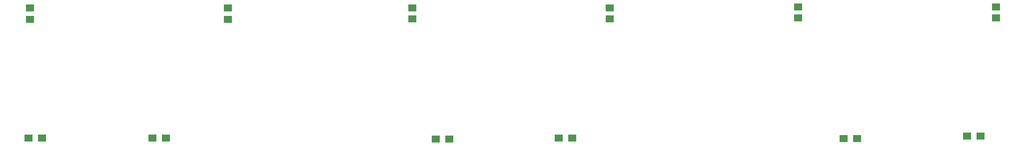
<source format=gbr>
G04 EasyPC Gerber Version 20.0.2 Build 4112 *
G04 #@! TF.Part,Single*
G04 #@! TF.FileFunction,Paste,Bot *
%FSLAX35Y35*%
%MOIN*%
G04 #@! TA.AperFunction,SMDPad*
%ADD28R,0.05306X0.04518*%
%ADD111R,0.05400X0.04900*%
X0Y0D02*
D02*
D28*
X77711Y91589D03*
Y99069D03*
X209600Y91589D03*
Y99069D03*
X332533Y91785D03*
Y99266D03*
X464423Y91785D03*
Y99266D03*
X590014Y92474D03*
Y99955D03*
X721904Y92474D03*
Y99955D03*
D02*
D111*
X76656Y11766D03*
X85656D03*
X159431D03*
X168431D03*
X348506Y11274D03*
X357506D03*
X430199Y11766D03*
X439199D03*
X620356Y11569D03*
X629356D03*
X702738Y13144D03*
X711738D03*
X0Y0D02*
M02*

</source>
